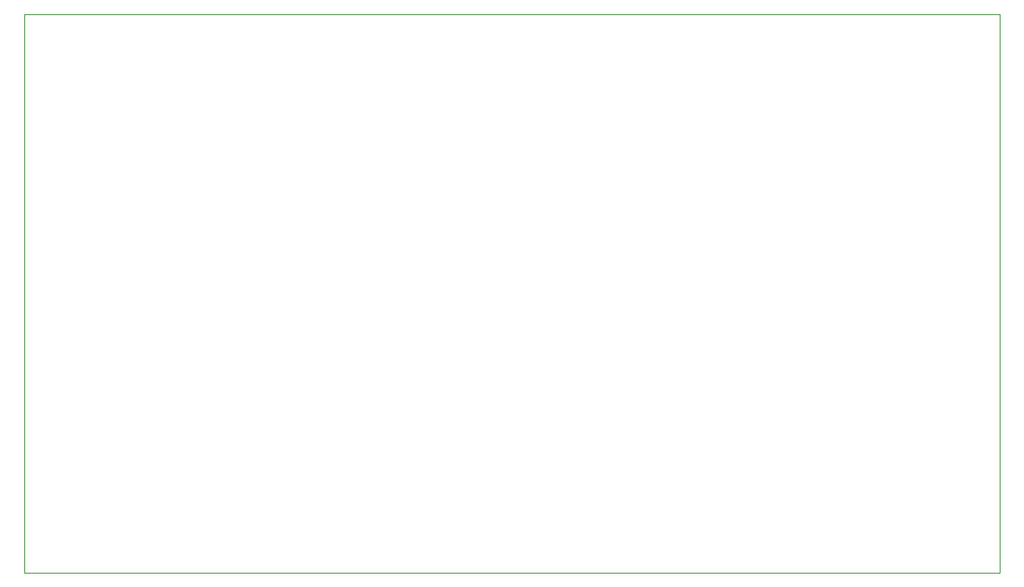
<source format=gbr>
%TF.GenerationSoftware,KiCad,Pcbnew,8.0.8*%
%TF.CreationDate,2025-02-16T16:29:03+01:00*%
%TF.ProjectId,Perihelion,50657269-6865-46c6-996f-6e2e6b696361,rev?*%
%TF.SameCoordinates,Original*%
%TF.FileFunction,Profile,NP*%
%FSLAX46Y46*%
G04 Gerber Fmt 4.6, Leading zero omitted, Abs format (unit mm)*
G04 Created by KiCad (PCBNEW 8.0.8) date 2025-02-16 16:29:03*
%MOMM*%
%LPD*%
G01*
G04 APERTURE LIST*
%TA.AperFunction,Profile*%
%ADD10C,0.050000*%
%TD*%
G04 APERTURE END LIST*
D10*
X135000000Y-23500000D02*
X233500000Y-23500000D01*
X233500000Y-80000000D01*
X135000000Y-80000000D01*
X135000000Y-23500000D01*
M02*

</source>
